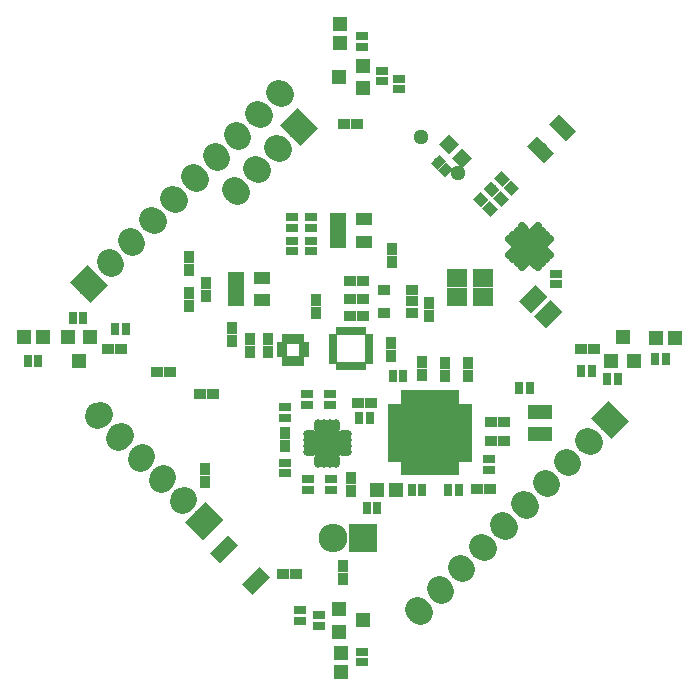
<source format=gbr>
G04 #@! TF.GenerationSoftware,KiCad,Pcbnew,5.0-dev-unknown-28f1209~61~ubuntu16.04.1*
G04 #@! TF.CreationDate,2018-02-18T17:05:59+01:00*
G04 #@! TF.ProjectId,roboy_crazyfly,726F626F795F6372617A79666C792E6B,rev?*
G04 #@! TF.SameCoordinates,Original*
G04 #@! TF.FileFunction,Soldermask,Top*
G04 #@! TF.FilePolarity,Negative*
%FSLAX46Y46*%
G04 Gerber Fmt 4.6, Leading zero omitted, Abs format (unit mm)*
G04 Created by KiCad (PCBNEW 5.0-dev-unknown-28f1209~61~ubuntu16.04.1) date Sun Feb 18 17:05:59 2018*
%MOMM*%
%LPD*%
G01*
G04 APERTURE LIST*
%ADD10C,1.299160*%
%ADD11C,2.127200*%
%ADD12C,0.100000*%
%ADD13C,2.127200*%
%ADD14R,0.900000X1.000000*%
%ADD15R,1.000000X0.900000*%
%ADD16C,0.900000*%
%ADD17C,1.200000*%
%ADD18R,1.200000X1.200000*%
%ADD19R,2.432000X2.432000*%
%ADD20O,2.432000X2.432000*%
%ADD21R,1.300000X1.200000*%
%ADD22R,1.200000X1.300000*%
%ADD23C,0.800000*%
%ADD24R,1.000000X0.800000*%
%ADD25R,0.800000X1.000000*%
%ADD26R,1.460000X1.050000*%
%ADD27R,0.600000X0.800000*%
%ADD28R,0.800000X0.600000*%
%ADD29R,0.700000X0.850000*%
%ADD30R,0.850000X0.700000*%
%ADD31R,1.200000X0.600000*%
%ADD32R,0.600000X1.200000*%
%ADD33R,1.512500X1.512500*%
%ADD34O,0.700000X1.150000*%
%ADD35O,1.150000X0.700000*%
%ADD36R,1.300000X1.300000*%
%ADD37R,1.100000X0.910000*%
%ADD38R,0.800000X1.150000*%
%ADD39C,0.700000*%
%ADD40C,0.700000*%
%ADD41C,1.300000*%
%ADD42R,1.800000X1.600000*%
%ADD43C,0.750000*%
G04 APERTURE END LIST*
D10*
X145962942Y-67036297D03*
X149073703Y-70147058D03*
D11*
X127600000Y-99600000D03*
D12*
G36*
X129211921Y-99492237D02*
X127492237Y-101211921D01*
X125988079Y-99707763D01*
X127707763Y-97988079D01*
X129211921Y-99492237D01*
X129211921Y-99492237D01*
G37*
D11*
X125803949Y-97803949D03*
D13*
X125696186Y-97911712D02*
X125911712Y-97696186D01*
D11*
X124007898Y-96007898D03*
D13*
X123900135Y-96115661D02*
X124115661Y-95900135D01*
D11*
X122211846Y-94211846D03*
D13*
X122104083Y-94319609D02*
X122319609Y-94104083D01*
D11*
X120415795Y-92415795D03*
D13*
X120308032Y-92523558D02*
X120523558Y-92308032D01*
D11*
X118619744Y-90619744D03*
D13*
X118511981Y-90727507D02*
X118727507Y-90511981D01*
D14*
X137025000Y-80850000D03*
X137025000Y-81950000D03*
D15*
X150700000Y-96900000D03*
X151800000Y-96900000D03*
X134250000Y-104100000D03*
X135350000Y-104100000D03*
X123550000Y-87000000D03*
X124650000Y-87000000D03*
D14*
X143500000Y-77650000D03*
X143500000Y-76550000D03*
X127675000Y-96325000D03*
X127675000Y-95225000D03*
D15*
X141050000Y-79250000D03*
X139950000Y-79250000D03*
D14*
X133000000Y-85300000D03*
X133000000Y-84200000D03*
D15*
X141050000Y-80750000D03*
X139950000Y-80750000D03*
D14*
X131500000Y-85300000D03*
X131500000Y-84200000D03*
D15*
X141050000Y-82250000D03*
X139950000Y-82250000D03*
D14*
X134400000Y-92150000D03*
X134400000Y-93250000D03*
D15*
X140625000Y-89575000D03*
X141725000Y-89575000D03*
D14*
X140000000Y-95950000D03*
X140000000Y-97050000D03*
D15*
X151850000Y-92800000D03*
X152950000Y-92800000D03*
D14*
X146000000Y-87250000D03*
X146000000Y-86150000D03*
D15*
X151850000Y-91200000D03*
X152950000Y-91200000D03*
D14*
X126300000Y-78350000D03*
X126300000Y-77250000D03*
X149900000Y-87350000D03*
X149900000Y-86250000D03*
D15*
X128350000Y-88800000D03*
X127250000Y-88800000D03*
D14*
X127700000Y-80550000D03*
X127700000Y-79450000D03*
X148000000Y-86250000D03*
X148000000Y-87350000D03*
X126300000Y-81350000D03*
X126300000Y-80250000D03*
X143400000Y-85650000D03*
X143400000Y-84550000D03*
D16*
X151800000Y-73148903D03*
D12*
G36*
X152471751Y-73184258D02*
X151835355Y-73820654D01*
X151128249Y-73113548D01*
X151764645Y-72477152D01*
X152471751Y-73184258D01*
X152471751Y-73184258D01*
G37*
D16*
X151022182Y-72371085D03*
D12*
G36*
X151693933Y-72406440D02*
X151057537Y-73042836D01*
X150350431Y-72335730D01*
X150986827Y-71699334D01*
X151693933Y-72406440D01*
X151693933Y-72406440D01*
G37*
D14*
X146600000Y-82250000D03*
X146600000Y-81150000D03*
D17*
X148284315Y-67709315D03*
D12*
G36*
X147435787Y-67709315D02*
X148284315Y-66860787D01*
X149132843Y-67709315D01*
X148284315Y-68557843D01*
X147435787Y-67709315D01*
X147435787Y-67709315D01*
G37*
D17*
X149415685Y-68840685D03*
D12*
G36*
X148567157Y-68840685D02*
X149415685Y-67992157D01*
X150264213Y-68840685D01*
X149415685Y-69689213D01*
X148567157Y-68840685D01*
X148567157Y-68840685D01*
G37*
D18*
X139200000Y-110800000D03*
X139200000Y-112400000D03*
X113900000Y-84000000D03*
X112300000Y-84000000D03*
X139100000Y-57500000D03*
X139100000Y-59100000D03*
X165800000Y-84100000D03*
X167400000Y-84100000D03*
X143800000Y-97000000D03*
X142200000Y-97000000D03*
D19*
X141000000Y-101000000D03*
D20*
X138460000Y-101000000D03*
D11*
X135600000Y-66200000D03*
D12*
G36*
X135492237Y-64588079D02*
X137211921Y-66307763D01*
X135707763Y-67811921D01*
X133988079Y-66092237D01*
X135492237Y-64588079D01*
X135492237Y-64588079D01*
G37*
D11*
X133803949Y-67996051D03*
D13*
X133911712Y-68103814D02*
X133696186Y-67888288D01*
D11*
X132007898Y-69792102D03*
D13*
X132115661Y-69899865D02*
X131900135Y-69684339D01*
D11*
X130211846Y-71588154D03*
D13*
X130319609Y-71695917D02*
X130104083Y-71480391D01*
D11*
X161900000Y-91000000D03*
D12*
G36*
X161792237Y-89388079D02*
X163511921Y-91107763D01*
X162007763Y-92611921D01*
X160288079Y-90892237D01*
X161792237Y-89388079D01*
X161792237Y-89388079D01*
G37*
D11*
X160103949Y-92796051D03*
D13*
X160211712Y-92903814D02*
X159996186Y-92688288D01*
D11*
X158307898Y-94592102D03*
D13*
X158415661Y-94699865D02*
X158200135Y-94484339D01*
D11*
X156511846Y-96388154D03*
D13*
X156619609Y-96495917D02*
X156404083Y-96280391D01*
D11*
X154715795Y-98184205D03*
D13*
X154823558Y-98291968D02*
X154608032Y-98076442D01*
D11*
X152919744Y-99980256D03*
D13*
X153027507Y-100088019D02*
X152811981Y-99872493D01*
D11*
X151123693Y-101776307D03*
D13*
X151231456Y-101884070D02*
X151015930Y-101668544D01*
D11*
X149327641Y-103572359D03*
D13*
X149435404Y-103680122D02*
X149219878Y-103464596D01*
D11*
X147531590Y-105368410D03*
D13*
X147639353Y-105476173D02*
X147423827Y-105260647D01*
D11*
X145735539Y-107164461D03*
D13*
X145843302Y-107272224D02*
X145627776Y-107056698D01*
D11*
X117800000Y-79500000D03*
D12*
G36*
X117907763Y-81111921D02*
X116188079Y-79392237D01*
X117692237Y-77888079D01*
X119411921Y-79607763D01*
X117907763Y-81111921D01*
X117907763Y-81111921D01*
G37*
D11*
X119596051Y-77703949D03*
D13*
X119488288Y-77596186D02*
X119703814Y-77811712D01*
D11*
X121392102Y-75907898D03*
D13*
X121284339Y-75800135D02*
X121499865Y-76015661D01*
D11*
X123188154Y-74111846D03*
D13*
X123080391Y-74004083D02*
X123295917Y-74219609D01*
D11*
X124984205Y-72315795D03*
D13*
X124876442Y-72208032D02*
X125091968Y-72423558D01*
D11*
X126780256Y-70519744D03*
D13*
X126672493Y-70411981D02*
X126888019Y-70627507D01*
D11*
X128576307Y-68723693D03*
D13*
X128468544Y-68615930D02*
X128684070Y-68831456D01*
D11*
X130372359Y-66927641D03*
D13*
X130264596Y-66819878D02*
X130480122Y-67035404D01*
D11*
X132168410Y-65131590D03*
D13*
X132060647Y-65023827D02*
X132276173Y-65239353D01*
D11*
X133964461Y-63335539D03*
D13*
X133856698Y-63227776D02*
X134072224Y-63443302D01*
D21*
X139000000Y-107050000D03*
X139000000Y-108950000D03*
X141000000Y-108000000D03*
D22*
X117950000Y-84000000D03*
X116050000Y-84000000D03*
X117000000Y-86000000D03*
D21*
X141000000Y-62950000D03*
X141000000Y-61050000D03*
X139000000Y-62000000D03*
D22*
X162050000Y-86000000D03*
X163950000Y-86000000D03*
X163000000Y-84000000D03*
D23*
X148018198Y-69843198D03*
D12*
G36*
X148654594Y-69772487D02*
X147947487Y-70479594D01*
X147381802Y-69913909D01*
X148088909Y-69206802D01*
X148654594Y-69772487D01*
X148654594Y-69772487D01*
G37*
D23*
X147381802Y-69206802D03*
D12*
G36*
X148018198Y-69136091D02*
X147311091Y-69843198D01*
X146745406Y-69277513D01*
X147452513Y-68570406D01*
X148018198Y-69136091D01*
X148018198Y-69136091D01*
G37*
D24*
X140900000Y-110650000D03*
X140900000Y-111550000D03*
X135000000Y-75850000D03*
X135000000Y-76750000D03*
D25*
X112650000Y-86000000D03*
X113550000Y-86000000D03*
D24*
X135000000Y-74750000D03*
X135000000Y-73850000D03*
X140900000Y-58550000D03*
X140900000Y-59450000D03*
D25*
X166650000Y-85900000D03*
X165750000Y-85900000D03*
D24*
X136600000Y-74750000D03*
X136600000Y-73850000D03*
X136600000Y-75850000D03*
X136600000Y-76750000D03*
D25*
X141350000Y-98500000D03*
X142250000Y-98500000D03*
D24*
X134400000Y-90850000D03*
X134400000Y-89950000D03*
X136300000Y-89750000D03*
X136300000Y-88850000D03*
D25*
X149150000Y-97000000D03*
X148250000Y-97000000D03*
X146050000Y-97000000D03*
X145150000Y-97000000D03*
X140725000Y-90900000D03*
X141625000Y-90900000D03*
D24*
X138200000Y-89750000D03*
X138200000Y-88850000D03*
X134400000Y-95550000D03*
X134400000Y-94650000D03*
X136400000Y-96050000D03*
X136400000Y-96950000D03*
X138300000Y-96050000D03*
X138300000Y-96950000D03*
X151700000Y-95250000D03*
X151700000Y-94350000D03*
D25*
X144450000Y-87300000D03*
X143550000Y-87300000D03*
X154250000Y-88300000D03*
X155150000Y-88300000D03*
D24*
X157400000Y-78650000D03*
X157400000Y-79550000D03*
D26*
X138900000Y-74050000D03*
X138900000Y-75000000D03*
X138900000Y-75950000D03*
X141100000Y-75950000D03*
X141100000Y-74050000D03*
D27*
X139000000Y-86500000D03*
X139400000Y-86500000D03*
X139800000Y-86500000D03*
X140200000Y-86500000D03*
X140600000Y-86500000D03*
X141000000Y-86500000D03*
D28*
X141500000Y-86000000D03*
X141500000Y-85600000D03*
X141500000Y-85200000D03*
X141500000Y-84800000D03*
X141500000Y-84400000D03*
X141500000Y-84000000D03*
D27*
X141000000Y-83500000D03*
X140600000Y-83500000D03*
X140200000Y-83500000D03*
X139800000Y-83500000D03*
X139400000Y-83500000D03*
X139000000Y-83500000D03*
D28*
X138500000Y-84000000D03*
X138500000Y-84400000D03*
X138500000Y-84800000D03*
X138500000Y-85200000D03*
X138500000Y-85600000D03*
X138500000Y-86000000D03*
D29*
X135700000Y-84180000D03*
X135100000Y-84180000D03*
D30*
X136020000Y-84800000D03*
X136020000Y-85400000D03*
D29*
X135700000Y-86020000D03*
X135100000Y-86020000D03*
X134500000Y-86020000D03*
D30*
X134180000Y-85400000D03*
X134180000Y-84800000D03*
D29*
X134500000Y-84180000D03*
D31*
X143700000Y-89900000D03*
X143700000Y-90300000D03*
X143700000Y-90700000D03*
X143700000Y-91100000D03*
X143700000Y-91500000D03*
X143700000Y-91900000D03*
X143700000Y-92300000D03*
X143700000Y-92700000D03*
X143700000Y-93100000D03*
X143700000Y-93500000D03*
X143700000Y-93900000D03*
X143700000Y-94300000D03*
D32*
X144500000Y-95100000D03*
X144900000Y-95100000D03*
X145300000Y-95100000D03*
X145700000Y-95100000D03*
X146100000Y-95100000D03*
X146500000Y-95100000D03*
X146900000Y-95100000D03*
X147300000Y-95100000D03*
X147700000Y-95100000D03*
X148100000Y-95100000D03*
X148500000Y-95100000D03*
X148900000Y-95100000D03*
D31*
X149700000Y-94300000D03*
X149700000Y-93900000D03*
X149700000Y-93500000D03*
X149700000Y-93100000D03*
X149700000Y-92700000D03*
X149700000Y-92300000D03*
X149700000Y-91900000D03*
X149700000Y-91500000D03*
X149700000Y-91100000D03*
X149700000Y-90700000D03*
X149700000Y-90300000D03*
X149700000Y-89900000D03*
D32*
X148900000Y-89100000D03*
X148500000Y-89100000D03*
X148100000Y-89100000D03*
X147700000Y-89100000D03*
X147300000Y-89100000D03*
X146900000Y-89100000D03*
X146500000Y-89100000D03*
X146100000Y-89100000D03*
X145700000Y-89100000D03*
X145300000Y-89100000D03*
X144900000Y-89100000D03*
X144500000Y-89100000D03*
D33*
X148368750Y-93768750D03*
X148368750Y-92656250D03*
X148368750Y-91543750D03*
X148368750Y-90431250D03*
X147256250Y-93768750D03*
X147256250Y-92656250D03*
X147256250Y-91543750D03*
X147256250Y-90431250D03*
X146143750Y-93768750D03*
X146143750Y-92656250D03*
X146143750Y-91543750D03*
X146143750Y-90431250D03*
X145031250Y-93768750D03*
X145031250Y-92656250D03*
X145031250Y-91543750D03*
X145031250Y-90431250D03*
D34*
X137250000Y-94475000D03*
X137750000Y-94475000D03*
X138250000Y-94475000D03*
X138750000Y-94475000D03*
D35*
X139475000Y-93750000D03*
X139475000Y-93250000D03*
X139475000Y-92750000D03*
X139475000Y-92250000D03*
D34*
X138750000Y-91525000D03*
X138250000Y-91525000D03*
X137750000Y-91525000D03*
X137250000Y-91525000D03*
D35*
X136525000Y-92250000D03*
X136525000Y-92750000D03*
X136525000Y-93250000D03*
X136525000Y-93750000D03*
D36*
X138450000Y-92550000D03*
X137550000Y-92550000D03*
X138450000Y-93450000D03*
X137550000Y-93450000D03*
D37*
X145160000Y-81950000D03*
X145160000Y-81000000D03*
X145160000Y-80050000D03*
X142840000Y-80050000D03*
X142840000Y-81950000D03*
D38*
X156000000Y-92250000D03*
X156650000Y-90350000D03*
X155350000Y-90350000D03*
X156000000Y-90350000D03*
X155350000Y-92250000D03*
X156650000Y-92250000D03*
D39*
X153560481Y-76892893D03*
D40*
X153401382Y-77051992D02*
X153719580Y-76733794D01*
D39*
X153914035Y-77246447D03*
D40*
X153754936Y-77405546D02*
X154073134Y-77087348D01*
D39*
X154267588Y-77600000D03*
D40*
X154108489Y-77759099D02*
X154426687Y-77440901D01*
D39*
X154621142Y-77953554D03*
D40*
X154462043Y-78112653D02*
X154780241Y-77794455D01*
D39*
X155646446Y-77953554D03*
D40*
X155805545Y-78112653D02*
X155487347Y-77794455D01*
D39*
X156000000Y-77600000D03*
D40*
X156159099Y-77759099D02*
X155840901Y-77440901D01*
D39*
X156353553Y-77246447D03*
D40*
X156512652Y-77405546D02*
X156194454Y-77087348D01*
D39*
X156707107Y-76892893D03*
D40*
X156866206Y-77051992D02*
X156548008Y-76733794D01*
D39*
X156707107Y-75867589D03*
D40*
X156548008Y-76026688D02*
X156866206Y-75708490D01*
D39*
X156353553Y-75514035D03*
D40*
X156194454Y-75673134D02*
X156512652Y-75354936D01*
D39*
X156000000Y-75160482D03*
D40*
X155840901Y-75319581D02*
X156159099Y-75001383D01*
D39*
X155646446Y-74806928D03*
D40*
X155487347Y-74966027D02*
X155805545Y-74647829D01*
D39*
X154621142Y-74806928D03*
D40*
X154780241Y-74966027D02*
X154462043Y-74647829D01*
D39*
X154267588Y-75160482D03*
D40*
X154426687Y-75319581D02*
X154108489Y-75001383D01*
D39*
X153914035Y-75514035D03*
D40*
X154073134Y-75673134D02*
X153754936Y-75354936D01*
D39*
X153560481Y-75867589D03*
D40*
X153719580Y-76026688D02*
X153401382Y-75708490D01*
D41*
X155770190Y-76380241D03*
D12*
G36*
X155770190Y-77299480D02*
X154850951Y-76380241D01*
X155770190Y-75461002D01*
X156689429Y-76380241D01*
X155770190Y-77299480D01*
X155770190Y-77299480D01*
G37*
D41*
X155133794Y-75743845D03*
D12*
G36*
X155133794Y-76663084D02*
X154214555Y-75743845D01*
X155133794Y-74824606D01*
X156053033Y-75743845D01*
X155133794Y-76663084D01*
X155133794Y-76663084D01*
G37*
D41*
X155133794Y-77016637D03*
D12*
G36*
X155133794Y-77935876D02*
X154214555Y-77016637D01*
X155133794Y-76097398D01*
X156053033Y-77016637D01*
X155133794Y-77935876D01*
X155133794Y-77935876D01*
G37*
D41*
X154497398Y-76380241D03*
D12*
G36*
X154497398Y-77299480D02*
X153578159Y-76380241D01*
X154497398Y-75461002D01*
X155416637Y-76380241D01*
X154497398Y-77299480D01*
X154497398Y-77299480D01*
G37*
D14*
X139300000Y-103400000D03*
X139300000Y-104500000D03*
D15*
X120550000Y-85000000D03*
X119450000Y-85000000D03*
X139450000Y-66000000D03*
X140550000Y-66000000D03*
X159450000Y-85000000D03*
X160550000Y-85000000D03*
D14*
X129900000Y-83250000D03*
X129900000Y-84350000D03*
D16*
X152688909Y-72288909D03*
D12*
G36*
X153360660Y-72324264D02*
X152724264Y-72960660D01*
X152017158Y-72253554D01*
X152653554Y-71617158D01*
X153360660Y-72324264D01*
X153360660Y-72324264D01*
G37*
D16*
X151911091Y-71511091D03*
D12*
G36*
X152582842Y-71546446D02*
X151946446Y-72182842D01*
X151239340Y-71475736D01*
X151875736Y-70839340D01*
X152582842Y-71546446D01*
X152582842Y-71546446D01*
G37*
D16*
X153588909Y-71388909D03*
D12*
G36*
X154260660Y-71424264D02*
X153624264Y-72060660D01*
X152917158Y-71353554D01*
X153553554Y-70717158D01*
X154260660Y-71424264D01*
X154260660Y-71424264D01*
G37*
D16*
X152811091Y-70611091D03*
D12*
G36*
X153482842Y-70646446D02*
X152846446Y-71282842D01*
X152139340Y-70575736D01*
X152775736Y-69939340D01*
X153482842Y-70646446D01*
X153482842Y-70646446D01*
G37*
D24*
X137300000Y-108450000D03*
X137300000Y-107550000D03*
D25*
X116450000Y-82400000D03*
X117350000Y-82400000D03*
D24*
X142600000Y-61450000D03*
X142600000Y-62350000D03*
D25*
X161700000Y-87600000D03*
X162600000Y-87600000D03*
D24*
X135700000Y-108050000D03*
X135700000Y-107150000D03*
D25*
X120050000Y-83300000D03*
X120950000Y-83300000D03*
D24*
X144100000Y-62150000D03*
X144100000Y-63050000D03*
D25*
X160400000Y-86850000D03*
X159500000Y-86850000D03*
D26*
X130281500Y-78996500D03*
X130281500Y-79946500D03*
X130281500Y-80896500D03*
X132481500Y-80896500D03*
X132481500Y-78996500D03*
D17*
X156080761Y-68119239D03*
D12*
G36*
X156363604Y-69250610D02*
X154949390Y-67836396D01*
X155797918Y-66987868D01*
X157212132Y-68402082D01*
X156363604Y-69250610D01*
X156363604Y-69250610D01*
G37*
D17*
X157919239Y-66280761D03*
D12*
G36*
X158202082Y-67412132D02*
X156787868Y-65997918D01*
X157636396Y-65149390D01*
X159050610Y-66563604D01*
X158202082Y-67412132D01*
X158202082Y-67412132D01*
G37*
D17*
X131943503Y-104643503D03*
D12*
G36*
X133110229Y-104325305D02*
X131625305Y-105810229D01*
X130776777Y-104961701D01*
X132261701Y-103476777D01*
X133110229Y-104325305D01*
X133110229Y-104325305D01*
G37*
D17*
X129256497Y-101956497D03*
D12*
G36*
X130423223Y-101638299D02*
X128938299Y-103123223D01*
X128089771Y-102274695D01*
X129574695Y-100789771D01*
X130423223Y-101638299D01*
X130423223Y-101638299D01*
G37*
D42*
X149000000Y-80600000D03*
X151200000Y-80600000D03*
X151200000Y-79000000D03*
X149000000Y-79000000D03*
D43*
X156300000Y-82500000D03*
D12*
G36*
X156529810Y-83260140D02*
X155539860Y-82270190D01*
X156070190Y-81739860D01*
X157060140Y-82729810D01*
X156529810Y-83260140D01*
X156529810Y-83260140D01*
G37*
D43*
X155027208Y-81227208D03*
D12*
G36*
X155257018Y-81987348D02*
X154267068Y-80997398D01*
X154797398Y-80467068D01*
X155787348Y-81457018D01*
X155257018Y-81987348D01*
X155257018Y-81987348D01*
G37*
D43*
X155451472Y-80802944D03*
D12*
G36*
X155681282Y-81563084D02*
X154691332Y-80573134D01*
X155221662Y-80042804D01*
X156211612Y-81032754D01*
X155681282Y-81563084D01*
X155681282Y-81563084D01*
G37*
D43*
X155875736Y-80378680D03*
D12*
G36*
X156105546Y-81138820D02*
X155115596Y-80148870D01*
X155645926Y-79618540D01*
X156635876Y-80608490D01*
X156105546Y-81138820D01*
X156105546Y-81138820D01*
G37*
D43*
X156724264Y-82075736D03*
D12*
G36*
X156954074Y-82835876D02*
X155964124Y-81845926D01*
X156494454Y-81315596D01*
X157484404Y-82305546D01*
X156954074Y-82835876D01*
X156954074Y-82835876D01*
G37*
D43*
X157148528Y-81651472D03*
D12*
G36*
X157378338Y-82411612D02*
X156388388Y-81421662D01*
X156918718Y-80891332D01*
X157908668Y-81881282D01*
X157378338Y-82411612D01*
X157378338Y-82411612D01*
G37*
M02*

</source>
